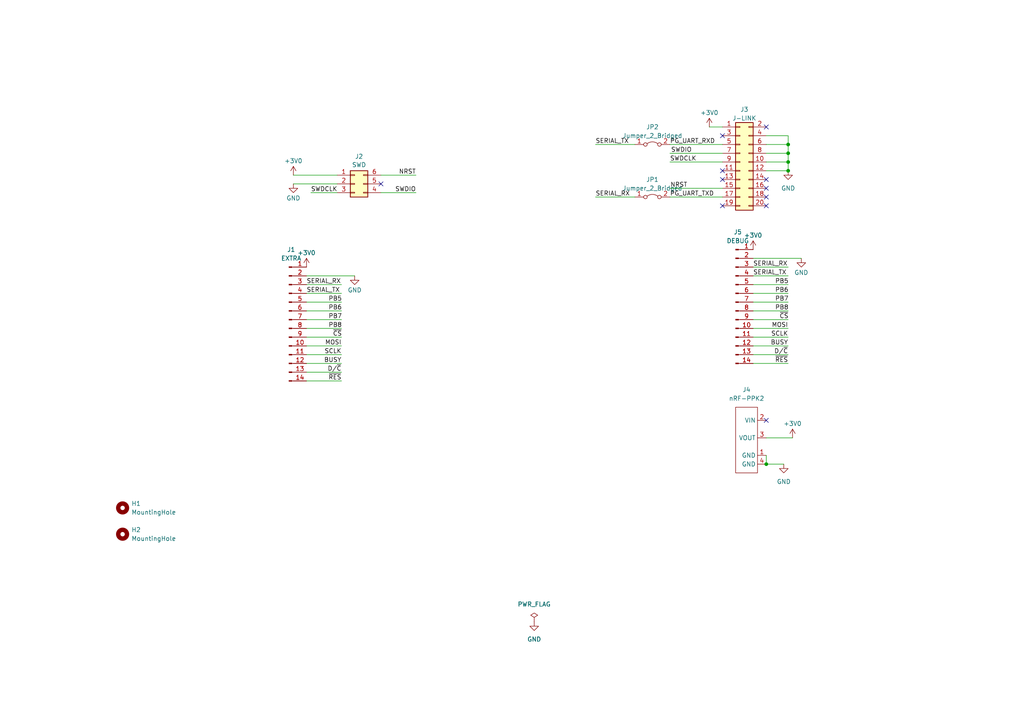
<source format=kicad_sch>
(kicad_sch (version 20230121) (generator eeschema)
  (paper "A4")
  (lib_symbols
    (symbol "Connector:Conn_01x14_Pin" (pin_names (offset 1.016) hide)
      (property "Reference" "J" (at 0 17.78 0))
      (property "Value" "Conn_01x14_Pin" (at 0 -20.32 0))
      (symbol "Conn_01x14_Pin_1_1"
        (polyline (pts (xy 1.27 -17.78) (xy 0.8636 -17.78)) (stroke (width 0.1524)))
        (polyline (pts (xy 1.27 -15.24) (xy 0.8636 -15.24)) (stroke (width 0.1524)))
        (polyline (pts (xy 1.27 -12.7) (xy 0.8636 -12.7)) (stroke (width 0.1524)))
        (polyline (pts (xy 1.27 -10.16) (xy 0.8636 -10.16)) (stroke (width 0.1524)))
        (polyline (pts (xy 1.27 -7.62) (xy 0.8636 -7.62)) (stroke (width 0.1524)))
        (polyline (pts (xy 1.27 -5.08) (xy 0.8636 -5.08)) (stroke (width 0.1524)))
        (polyline (pts (xy 1.27 -2.54) (xy 0.8636 -2.54)) (stroke (width 0.1524)))
        (polyline (pts (xy 1.27 0) (xy 0.8636 0)) (stroke (width 0.1524)))
        (polyline (pts (xy 1.27 2.54) (xy 0.8636 2.54)) (stroke (width 0.1524)))
        (polyline (pts (xy 1.27 5.08) (xy 0.8636 5.08)) (stroke (width 0.1524)))
        (polyline (pts (xy 1.27 7.62) (xy 0.8636 7.62)) (stroke (width 0.1524)))
        (polyline (pts (xy 1.27 10.16) (xy 0.8636 10.16)) (stroke (width 0.1524)))
        (polyline (pts (xy 1.27 12.7) (xy 0.8636 12.7)) (stroke (width 0.1524)))
        (polyline (pts (xy 1.27 15.24) (xy 0.8636 15.24)) (stroke (width 0.1524)))
        (rectangle (start 0.8636 -17.653) (end 0 -17.907) (stroke (width 0.1524)) (fill (type outline)))
        (rectangle (start 0.8636 -15.113) (end 0 -15.367) (stroke (width 0.1524)) (fill (type outline)))
        (rectangle (start 0.8636 -12.573) (end 0 -12.827) (stroke (width 0.1524)) (fill (type outline)))
        (rectangle (start 0.8636 -10.033) (end 0 -10.287) (stroke (width 0.1524)) (fill (type outline)))
        (rectangle (start 0.8636 -7.493) (end 0 -7.747) (stroke (width 0.1524)) (fill (type outline)))
        (rectangle (start 0.8636 -4.953) (end 0 -5.207) (stroke (width 0.1524)) (fill (type outline)))
        (rectangle (start 0.8636 -2.413) (end 0 -2.667) (stroke (width 0.1524)) (fill (type outline)))
        (rectangle (start 0.8636 0.127) (end 0 -0.127) (stroke (width 0.1524)) (fill (type outline)))
        (rectangle (start 0.8636 2.667) (end 0 2.413) (stroke (width 0.1524)) (fill (type outline)))
        (rectangle (start 0.8636 5.207) (end 0 4.953) (stroke (width 0.1524)) (fill (type outline)))
        (rectangle (start 0.8636 7.747) (end 0 7.493) (stroke (width 0.1524)) (fill (type outline)))
        (rectangle (start 0.8636 10.287) (end 0 10.033) (stroke (width 0.1524)) (fill (type outline)))
        (rectangle (start 0.8636 12.827) (end 0 12.573) (stroke (width 0.1524)) (fill (type outline)))
        (rectangle (start 0.8636 15.367) (end 0 15.113) (stroke (width 0.1524)) (fill (type outline)))
        (pin passive line (at 5.08 15.24 180) (length 3.81) (name "Pin_1") (number "1"))
        (pin passive line (at 5.08 -7.62 180) (length 3.81) (name "Pin_10") (number "10"))
        (pin passive line (at 5.08 -10.16 180) (length 3.81) (name "Pin_11") (number "11"))
        (pin passive line (at 5.08 -12.7 180) (length 3.81) (name "Pin_12") (number "12"))
        (pin passive line (at 5.08 -15.24 180) (length 3.81) (name "Pin_13") (number "13"))
        (pin passive line (at 5.08 -17.78 180) (length 3.81) (name "Pin_14") (number "14"))
        (pin passive line (at 5.08 12.7 180) (length 3.81) (name "Pin_2") (number "2"))
        (pin passive line (at 5.08 10.16 180) (length 3.81) (name "Pin_3") (number "3"))
        (pin passive line (at 5.08 7.62 180) (length 3.81) (name "Pin_4") (number "4"))
        (pin passive line (at 5.08 5.08 180) (length 3.81) (name "Pin_5") (number "5"))
        (pin passive line (at 5.08 2.54 180) (length 3.81) (name "Pin_6") (number "6"))
        (pin passive line (at 5.08 0 180) (length 3.81) (name "Pin_7") (number "7"))
        (pin passive line (at 5.08 -2.54 180) (length 3.81) (name "Pin_8") (number "8"))
        (pin passive line (at 5.08 -5.08 180) (length 3.81) (name "Pin_9") (number "9"))
      )
    )
    (symbol "Connector_Generic:Conn_02x03_Counter_Clockwise" (pin_names (offset 1.016) hide)
      (property "Reference" "J" (at 1.27 5.08 0))
      (property "Value" "Conn_02x03_Counter_Clockwise" (at 1.27 -5.08 0))
      (symbol "Conn_02x03_Counter_Clockwise_1_1"
        (rectangle (start -1.27 -2.413) (end 0 -2.667) (stroke (width 0.1524)))
        (rectangle (start -1.27 0.127) (end 0 -0.127) (stroke (width 0.1524)))
        (rectangle (start -1.27 2.667) (end 0 2.413) (stroke (width 0.1524)))
        (rectangle (start -1.27 3.81) (end 3.81 -3.81) (stroke (width 0.254)) (fill (type background)))
        (rectangle (start 3.81 -2.413) (end 2.54 -2.667) (stroke (width 0.1524)))
        (rectangle (start 3.81 0.127) (end 2.54 -0.127) (stroke (width 0.1524)))
        (rectangle (start 3.81 2.667) (end 2.54 2.413) (stroke (width 0.1524)))
        (pin passive line (at -5.08 2.54 0) (length 3.81) (name "Pin_1") (number "1"))
        (pin passive line (at -5.08 0 0) (length 3.81) (name "Pin_2") (number "2"))
        (pin passive line (at -5.08 -2.54 0) (length 3.81) (name "Pin_3") (number "3"))
        (pin passive line (at 7.62 -2.54 180) (length 3.81) (name "Pin_4") (number "4"))
        (pin passive line (at 7.62 0 180) (length 3.81) (name "Pin_5") (number "5"))
        (pin passive line (at 7.62 2.54 180) (length 3.81) (name "Pin_6") (number "6"))
      )
    )
    (symbol "Connector_Generic:Conn_02x10_Odd_Even" (pin_names (offset 1.016) hide)
      (property "Reference" "J" (at 1.27 12.7 0))
      (property "Value" "Conn_02x10_Odd_Even" (at 1.27 -15.24 0))
      (symbol "Conn_02x10_Odd_Even_1_1"
        (rectangle (start -1.27 -12.573) (end 0 -12.827) (stroke (width 0.1524)))
        (rectangle (start -1.27 -10.033) (end 0 -10.287) (stroke (width 0.1524)))
        (rectangle (start -1.27 -7.493) (end 0 -7.747) (stroke (width 0.1524)))
        (rectangle (start -1.27 -4.953) (end 0 -5.207) (stroke (width 0.1524)))
        (rectangle (start -1.27 -2.413) (end 0 -2.667) (stroke (width 0.1524)))
        (rectangle (start -1.27 0.127) (end 0 -0.127) (stroke (width 0.1524)))
        (rectangle (start -1.27 2.667) (end 0 2.413) (stroke (width 0.1524)))
        (rectangle (start -1.27 5.207) (end 0 4.953) (stroke (width 0.1524)))
        (rectangle (start -1.27 7.747) (end 0 7.493) (stroke (width 0.1524)))
        (rectangle (start -1.27 10.287) (end 0 10.033) (stroke (width 0.1524)))
        (rectangle (start -1.27 11.43) (end 3.81 -13.97) (stroke (width 0.254)) (fill (type background)))
        (rectangle (start 3.81 -12.573) (end 2.54 -12.827) (stroke (width 0.1524)))
        (rectangle (start 3.81 -10.033) (end 2.54 -10.287) (stroke (width 0.1524)))
        (rectangle (start 3.81 -7.493) (end 2.54 -7.747) (stroke (width 0.1524)))
        (rectangle (start 3.81 -4.953) (end 2.54 -5.207) (stroke (width 0.1524)))
        (rectangle (start 3.81 -2.413) (end 2.54 -2.667) (stroke (width 0.1524)))
        (rectangle (start 3.81 0.127) (end 2.54 -0.127) (stroke (width 0.1524)))
        (rectangle (start 3.81 2.667) (end 2.54 2.413) (stroke (width 0.1524)))
        (rectangle (start 3.81 5.207) (end 2.54 4.953) (stroke (width 0.1524)))
        (rectangle (start 3.81 7.747) (end 2.54 7.493) (stroke (width 0.1524)))
        (rectangle (start 3.81 10.287) (end 2.54 10.033) (stroke (width 0.1524)))
        (pin passive line (at -5.08 10.16 0) (length 3.81) (name "Pin_1") (number "1"))
        (pin passive line (at 7.62 0 180) (length 3.81) (name "Pin_10") (number "10"))
        (pin passive line (at -5.08 -2.54 0) (length 3.81) (name "Pin_11") (number "11"))
        (pin passive line (at 7.62 -2.54 180) (length 3.81) (name "Pin_12") (number "12"))
        (pin passive line (at -5.08 -5.08 0) (length 3.81) (name "Pin_13") (number "13"))
        (pin passive line (at 7.62 -5.08 180) (length 3.81) (name "Pin_14") (number "14"))
        (pin passive line (at -5.08 -7.62 0) (length 3.81) (name "Pin_15") (number "15"))
        (pin passive line (at 7.62 -7.62 180) (length 3.81) (name "Pin_16") (number "16"))
        (pin passive line (at -5.08 -10.16 0) (length 3.81) (name "Pin_17") (number "17"))
        (pin passive line (at 7.62 -10.16 180) (length 3.81) (name "Pin_18") (number "18"))
        (pin passive line (at -5.08 -12.7 0) (length 3.81) (name "Pin_19") (number "19"))
        (pin passive line (at 7.62 10.16 180) (length 3.81) (name "Pin_2") (number "2"))
        (pin passive line (at 7.62 -12.7 180) (length 3.81) (name "Pin_20") (number "20"))
        (pin passive line (at -5.08 7.62 0) (length 3.81) (name "Pin_3") (number "3"))
        (pin passive line (at 7.62 7.62 180) (length 3.81) (name "Pin_4") (number "4"))
        (pin passive line (at -5.08 5.08 0) (length 3.81) (name "Pin_5") (number "5"))
        (pin passive line (at 7.62 5.08 180) (length 3.81) (name "Pin_6") (number "6"))
        (pin passive line (at -5.08 2.54 0) (length 3.81) (name "Pin_7") (number "7"))
        (pin passive line (at 7.62 2.54 180) (length 3.81) (name "Pin_8") (number "8"))
        (pin passive line (at -5.08 0 0) (length 3.81) (name "Pin_9") (number "9"))
      )
    )
    (symbol "Jumper:Jumper_2_Bridged" (pin_names (offset 0) hide)
      (property "Reference" "JP" (at 0 1.905 0))
      (property "Value" "Jumper_2_Bridged" (at 0 -2.54 0))
      (symbol "Jumper_2_Bridged_0_0"
        (circle (center -2.032 0) (radius 0.508))
        (circle (center 2.032 0) (radius 0.508))
      )
      (symbol "Jumper_2_Bridged_0_1"
        (arc (start 1.524 0.254) (mid 0 0.762) (end -1.524 0.254))
      )
      (symbol "Jumper_2_Bridged_1_1"
        (pin passive line (at -5.08 0 0) (length 2.54) (name "A") (number "1"))
        (pin passive line (at 5.08 0 180) (length 2.54) (name "B") (number "2"))
      )
    )
    (symbol "Mechanical:MountingHole" (pin_names (offset 1.016))
      (property "Reference" "H" (at 0 5.08 0))
      (property "Value" "MountingHole" (at 0 3.175 0))
      (symbol "MountingHole_0_1"
        (circle (center 0 0) (radius 1.27) (stroke (width 1.27)))
      )
    )
    (symbol "power:+3V0" (power) (pin_names (offset 0))
      (property "Value" "+3V0" (at 0 3.556 0))
      (symbol "+3V0_0_1"
        (polyline (pts (xy -0.762 1.27) (xy 0 2.54)))
        (polyline (pts (xy 0 0) (xy 0 2.54)))
        (polyline (pts (xy 0 2.54) (xy 0.762 1.27)))
      )
      (symbol "+3V0_1_1"
        (pin power_in line (at 0 0 90) (length 0) hide (name "+3V0") (number "1"))
      )
    )
    (symbol "power:GND" (power) (pin_names (offset 0))
      (property "Value" "GND" (at 0 -3.81 0))
      (symbol "GND_0_1"
        (polyline (pts (xy 0 0) (xy 0 -1.27) (xy 1.27 -1.27) (xy 0 -2.54) (xy -1.27 -1.27) (xy 0 -1.27)))
      )
      (symbol "GND_1_1"
        (pin power_in line (at 0 0 270) (length 0) hide (name "GND") (number "1"))
      )
    )
    (symbol "power:PWR_FLAG" (power) (pin_numbers hide) (pin_names (offset 0) hide)
      (property "Value" "PWR_FLAG" (at 0 3.81 0))
      (symbol "PWR_FLAG_0_0"
        (pin power_out line (at 0 0 90) (length 0) (name "pwr") (number "1"))
      )
      (symbol "PWR_FLAG_0_1"
        (polyline (pts (xy 0 0) (xy 0 1.27) (xy -1.016 1.905) (xy 0 2.54) (xy 1.016 1.905) (xy 0 1.27)))
      )
    )
    (symbol "project:nrf-PPK2_power"
      (property "Reference" "J" (at 0 0 0))
      (symbol "nrf-PPK2_power_0_1"
        (rectangle (start -3.81 21.59) (end 2.54 2.54))
      )
      (symbol "nrf-PPK2_power_1_0"
        (pin power_in line (at 5.08 7.62 180) (length 2.54) (name "GND") (number "1"))
        (pin power_in line (at 5.08 17.78 180) (length 2.54) (name "VIN") (number "2"))
        (pin power_out line (at 5.08 12.7 180) (length 2.54) (name "VOUT") (number "3"))
        (pin power_in line (at 5.08 5.08 180) (length 2.54) (name "GND") (number "4"))
      )
    )
  )
  (junction (at 228.6 41.91))
  (junction (at 222.25 134.62))
  (junction (at 228.6 46.99))
  (junction (at 228.6 49.53))
  (junction (at 228.6 44.45))
  (no_connect (at 209.55 59.69))
  (no_connect (at 222.25 121.92))
  (no_connect (at 222.25 36.83))
  (no_connect (at 222.25 57.15))
  (no_connect (at 110.49 53.34))
  (no_connect (at 209.55 39.37))
  (no_connect (at 222.25 59.69))
  (no_connect (at 222.25 52.07))
  (no_connect (at 209.55 52.07))
  (no_connect (at 222.25 54.61))
  (no_connect (at 209.55 49.53))
  (wire (pts (xy 228.6 46.99) (xy 228.6 49.53)))
  (wire (pts (xy 88.9 95.25) (xy 99.06 95.25)))
  (wire (pts (xy 194.31 57.15) (xy 209.55 57.15)))
  (wire (pts (xy 222.25 41.91) (xy 228.6 41.91)))
  (wire (pts (xy 218.44 87.63) (xy 228.6 87.63)))
  (wire (pts (xy 88.9 97.79) (xy 99.06 97.79)))
  (wire (pts (xy 88.9 87.63) (xy 99.06 87.63)))
  (wire (pts (xy 120.65 50.8) (xy 110.49 50.8)))
  (wire (pts (xy 88.9 85.09) (xy 99.06 85.09)))
  (wire (pts (xy 218.44 95.25) (xy 228.6 95.25)))
  (wire (pts (xy 88.9 80.01) (xy 102.87 80.01)))
  (wire (pts (xy 194.31 41.91) (xy 209.55 41.91)))
  (wire (pts (xy 228.6 44.45) (xy 228.6 46.99)))
  (wire (pts (xy 88.9 92.71) (xy 99.06 92.71)))
  (wire (pts (xy 218.44 92.71) (xy 228.6 92.71)))
  (wire (pts (xy 194.31 46.99) (xy 209.55 46.99)))
  (wire (pts (xy 85.09 50.8) (xy 97.79 50.8)))
  (wire (pts (xy 222.25 127) (xy 229.87 127)))
  (wire (pts (xy 88.9 90.17) (xy 99.06 90.17)))
  (wire (pts (xy 222.25 49.53) (xy 228.6 49.53)))
  (wire (pts (xy 222.25 39.37) (xy 228.6 39.37)))
  (wire (pts (xy 222.25 134.62) (xy 227.33 134.62)))
  (wire (pts (xy 218.44 100.33) (xy 228.6 100.33)))
  (wire (pts (xy 228.6 41.91) (xy 228.6 44.45)))
  (wire (pts (xy 194.31 54.61) (xy 209.55 54.61)))
  (wire (pts (xy 172.72 57.15) (xy 184.15 57.15)))
  (wire (pts (xy 218.44 105.41) (xy 228.6 105.41)))
  (wire (pts (xy 120.65 55.88) (xy 110.49 55.88)))
  (wire (pts (xy 205.74 36.83) (xy 209.55 36.83)))
  (wire (pts (xy 218.44 85.09) (xy 228.6 85.09)))
  (wire (pts (xy 88.9 100.33) (xy 99.06 100.33)))
  (wire (pts (xy 172.72 41.91) (xy 184.15 41.91)))
  (wire (pts (xy 88.9 105.41) (xy 99.06 105.41)))
  (wire (pts (xy 218.44 80.01) (xy 228.6 80.01)))
  (wire (pts (xy 218.44 74.93) (xy 232.41 74.93)))
  (wire (pts (xy 88.9 102.87) (xy 99.06 102.87)))
  (wire (pts (xy 218.44 102.87) (xy 228.6 102.87)))
  (wire (pts (xy 222.25 132.08) (xy 222.25 134.62)))
  (wire (pts (xy 218.44 82.55) (xy 228.6 82.55)))
  (wire (pts (xy 90.17 55.88) (xy 97.79 55.88)))
  (wire (pts (xy 222.25 46.99) (xy 228.6 46.99)))
  (wire (pts (xy 85.09 53.34) (xy 97.79 53.34)))
  (wire (pts (xy 88.9 107.95) (xy 99.06 107.95)))
  (wire (pts (xy 218.44 90.17) (xy 228.6 90.17)))
  (wire (pts (xy 218.44 77.47) (xy 228.6 77.47)))
  (wire (pts (xy 222.25 44.45) (xy 228.6 44.45)))
  (wire (pts (xy 194.31 44.45) (xy 209.55 44.45)))
  (wire (pts (xy 88.9 82.55) (xy 99.06 82.55)))
  (wire (pts (xy 88.9 110.49) (xy 99.06 110.49)))
  (wire (pts (xy 228.6 39.37) (xy 228.6 41.91)))
  (wire (pts (xy 218.44 97.79) (xy 228.6 97.79)))
  (label "PB7" (at 224.79 87.63 0))
  (label "PG_UART_TXD" (at 194.31 57.15 0))
  (label "PG_UART_RXD" (at 194.31 41.91 0))
  (label "MOSI" (at 99.06 100.33 180))
  (label "PB5" (at 224.79 82.55 0))
  (label "PB5" (at 95.25 87.63 0))
  (label "SWDCLK" (at 194.31 46.99 0))
  (label "SCLK" (at 228.6 97.79 180))
  (label "SCLK" (at 99.06 102.87 180))
  (label "SWDCLK" (at 90.17 55.88 0))
  (label "NRST" (at 199.39 54.61 180))
  (label "SWDIO" (at 120.65 55.88 180))
  (label "~{CS}" (at 96.52 97.79 0))
  (label "MOSI" (at 228.6 95.25 180))
  (label "SWDIO" (at 200.66 44.45 180))
  (label "BUSY" (at 99.06 105.41 180))
  (label "~{RES}" (at 228.6 105.41 180))
  (label "NRST" (at 120.65 50.8 180))
  (label "PB8" (at 95.25 95.25 0))
  (label "SERIAL_RX" (at 218.44 77.47 0))
  (label "PB8" (at 224.79 90.17 0))
  (label "PB7" (at 95.25 92.71 0))
  (label "~{CS}" (at 226.06 92.71 0))
  (label "PB6" (at 95.25 90.17 0))
  (label "SERIAL_TX" (at 172.72 41.91 0))
  (label "SERIAL_TX" (at 88.9 85.09 0))
  (label "PB6" (at 224.79 85.09 0))
  (label "D{slash}~{C}" (at 228.6 102.87 180))
  (label "BUSY" (at 228.6 100.33 180))
  (label "SERIAL_RX" (at 172.72 57.15 0))
  (label "D{slash}~{C}" (at 99.06 107.95 180))
  (label "SERIAL_RX" (at 88.9 82.55 0))
  (label "SERIAL_TX" (at 218.44 80.01 0))
  (label "~{RES}" (at 99.06 110.49 180))
  (symbol (lib_id "Jumper:Jumper_2_Bridged") (at 189.23 41.91 0) (unit 1)
    (property "Reference" "JP2" (at 189.23 36.83 0))
    (property "Value" "Jumper_2_Bridged" (at 189.23 39.37 0))
    (property "Footprint" "Connector_PinHeader_2.54mm:PinHeader_1x02_P2.54mm_Vertical" (effects hide))
  )
  (symbol (lib_id "power:+3V0") (at 88.9 77.47 0) (unit 1)
    (property "Reference" "#PWR01" (effects hide))
    (property "Value" "+3V0" (at 88.9 73.3369 0))
  )
  (symbol (lib_id "power:+3V0") (at 229.87 127 0) (unit 1)
    (property "Reference" "#PWR06" (effects hide))
    (property "Value" "+3V0" (at 229.87 122.8669 0))
  )
  (symbol (lib_id "power:GND") (at 154.94 180.34 0) (unit 1)
    (property "Reference" "#PWR011" (effects hide))
    (property "Value" "GND" (at 154.94 185.42 0))
  )
  (symbol (lib_id "power:GND") (at 228.6 49.53 0) (unit 1)
    (property "Reference" "#PWR05" (effects hide))
    (property "Value" "GND" (at 228.6 54.61 0))
  )
  (symbol (lib_id "Connector:Conn_01x14_Pin") (at 213.36 87.63 0) (unit 1)
    (property "Reference" "J5" (at 213.995 67.31 0))
    (property "Value" "DEBUG" (at 213.995 69.85 0))
    (property "Footprint" "Connector_PinHeader_2.54mm:PinHeader_1x14_P2.54mm_Vertical" (effects hide))
  )
  (symbol (lib_id "power:+3V0") (at 205.74 36.83 0) (unit 1)
    (property "Reference" "#PWR08" (effects hide))
    (property "Value" "+3V0" (at 205.74 32.6969 0))
  )
  (symbol (lib_id "power:PWR_FLAG") (at 154.94 180.34 0) (unit 1)
    (property "Reference" "#FLG01" (effects hide))
    (property "Value" "PWR_FLAG" (at 154.94 175.26 0))
  )
  (symbol (lib_id "power:GND") (at 232.41 74.93 0) (unit 1)
    (property "Reference" "#PWR010" (effects hide))
    (property "Value" "GND" (at 232.41 79.0631 0))
  )
  (symbol (lib_id "Connector:Conn_01x14_Pin") (at 83.82 92.71 0) (unit 1)
    (property "Reference" "J1" (at 84.455 72.39 0))
    (property "Value" "EXTRA" (at 84.455 74.93 0))
    (property "Footprint" "project:FPC_14" (effects hide))
    (property "LCSC" "C262682" (effects hide))
  )
  (symbol (lib_id "power:GND") (at 85.09 53.34 0) (unit 1)
    (property "Reference" "#PWR04" (effects hide))
    (property "Value" "GND" (at 85.09 57.4731 0))
  )
  (symbol (lib_id "Mechanical:MountingHole") (at 35.56 147.32 0) (unit 1)
    (property "Reference" "H1" (at 38.1 146.05 0) (effects (justify left)))
    (property "Value" "MountingHole" (at 38.1 148.59 0) (effects (justify left)))
    (property "Footprint" "MountingHole:MountingHole_4.3mm_M4_DIN965" (effects hide))
  )
  (symbol (lib_id "Jumper:Jumper_2_Bridged") (at 189.23 57.15 0) (unit 1)
    (property "Reference" "JP1" (at 189.23 52.07 0))
    (property "Value" "Jumper_2_Bridged" (at 189.23 54.61 0))
    (property "Footprint" "Connector_PinHeader_2.54mm:PinHeader_1x02_P2.54mm_Vertical" (effects hide))
  )
  (symbol (lib_id "power:GND") (at 102.87 80.01 0) (unit 1)
    (property "Reference" "#PWR02" (effects hide))
    (property "Value" "GND" (at 102.87 84.1431 0))
  )
  (symbol (lib_id "Mechanical:MountingHole") (at 35.56 154.94 0) (unit 1)
    (property "Reference" "H2" (at 38.1 153.67 0) (effects (justify left)))
    (property "Value" "MountingHole" (at 38.1 156.21 0) (effects (justify left)))
    (property "Footprint" "MountingHole:MountingHole_4.3mm_M4_DIN965" (effects hide))
  )
  (symbol (lib_id "power:+3V0") (at 218.44 72.39 0) (unit 1)
    (property "Reference" "#PWR09" (effects hide))
    (property "Value" "+3V0" (at 218.44 68.2569 0))
  )
  (symbol (lib_id "power:GND") (at 227.33 134.62 0) (unit 1)
    (property "Reference" "#PWR07" (effects hide))
    (property "Value" "GND" (at 227.33 139.7 0))
  )
  (symbol (lib_id "Connector_Generic:Conn_02x03_Counter_Clockwise") (at 102.87 53.34 0) (unit 1) (in_bom no)
    (property "Reference" "J2" (at 104.14 45.3857 0))
    (property "Value" "SWD" (at 104.14 47.8099 0))
    (property "Footprint" "project:E-paper programming connector" (effects hide))
  )
  (symbol (lib_id "power:+3V0") (at 85.09 50.8 0) (unit 1)
    (property "Reference" "#PWR03" (effects hide))
    (property "Value" "+3V0" (at 85.09 46.6669 0))
  )
  (symbol (lib_id "project:nrf-PPK2_power") (at 217.17 139.7 0) (unit 1)
    (property "Reference" "J4" (at 216.535 113.03 0))
    (property "Value" "nRF-PPK2" (at 216.535 115.57 0))
    (property "Footprint" "project:nRF-PPK2_power" (effects hide))
    (property "LCSC" "C2897386" (effects hide))
    (property "Config" "+ci" (effects hide))
  )
  (symbol (lib_id "Connector_Generic:Conn_02x10_Odd_Even") (at 214.63 46.99 0) (unit 1)
    (property "Reference" "J3" (at 215.9 31.75 0))
    (property "Value" "J-LINK" (at 215.9 34.29 0))
    (property "Footprint" "Connector_IDC:IDC-Header_2x10_P2.54mm_Vertical" (effects hide))
    (property "Digikey Partnumber" "ED1543-ND" (effects hide))
    (property "LCSC" "C3405" (effects hide))
  )
)
</source>
